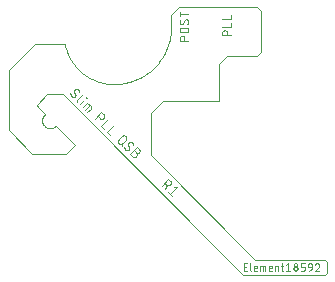
<source format=gto>
G75*
%MOIN*%
%OFA0B0*%
%FSLAX25Y25*%
%IPPOS*%
%LPD*%
%AMOC8*
5,1,8,0,0,1.08239X$1,22.5*
%
%ADD10C,0.00300*%
%ADD11C,0.00394*%
%ADD12C,0.00200*%
D10*
X0041750Y0042709D02*
X0044028Y0045018D01*
X0044669Y0044386D01*
X0044705Y0044348D01*
X0044739Y0044307D01*
X0044769Y0044264D01*
X0044796Y0044219D01*
X0044819Y0044172D01*
X0044839Y0044123D01*
X0044856Y0044073D01*
X0044868Y0044022D01*
X0044877Y0043970D01*
X0044883Y0043918D01*
X0044884Y0043865D01*
X0044881Y0043812D01*
X0044875Y0043760D01*
X0044865Y0043708D01*
X0044851Y0043658D01*
X0044833Y0043608D01*
X0044812Y0043560D01*
X0044788Y0043513D01*
X0044760Y0043468D01*
X0044729Y0043426D01*
X0044695Y0043386D01*
X0044658Y0043348D01*
X0044618Y0043314D01*
X0044576Y0043282D01*
X0044532Y0043253D01*
X0044485Y0043228D01*
X0044437Y0043206D01*
X0044388Y0043188D01*
X0044337Y0043173D01*
X0044286Y0043163D01*
X0044234Y0043155D01*
X0044181Y0043152D01*
X0044129Y0043153D01*
X0044076Y0043157D01*
X0044024Y0043166D01*
X0043973Y0043178D01*
X0043923Y0043193D01*
X0043874Y0043213D01*
X0043826Y0043236D01*
X0043780Y0043262D01*
X0043737Y0043291D01*
X0043696Y0043324D01*
X0043657Y0043360D01*
X0043657Y0043359D02*
X0043016Y0043992D01*
X0043658Y0043360D02*
X0043698Y0043317D01*
X0043736Y0043271D01*
X0043771Y0043224D01*
X0043802Y0043174D01*
X0043830Y0043122D01*
X0043855Y0043069D01*
X0043876Y0043014D01*
X0043894Y0042957D01*
X0043907Y0042900D01*
X0043917Y0042842D01*
X0043924Y0042783D01*
X0043926Y0042724D01*
X0043924Y0042665D01*
X0043919Y0042607D01*
X0043910Y0042548D01*
X0043897Y0042491D01*
X0043880Y0042434D01*
X0043860Y0042379D01*
X0043836Y0042325D01*
X0043808Y0042273D01*
X0043778Y0042223D01*
X0043744Y0042175D01*
X0043707Y0042129D01*
X0043667Y0042085D01*
X0043624Y0042045D01*
X0043578Y0042007D01*
X0043531Y0041972D01*
X0043481Y0041941D01*
X0043429Y0041913D01*
X0043376Y0041888D01*
X0043321Y0041867D01*
X0043264Y0041849D01*
X0043207Y0041836D01*
X0043149Y0041826D01*
X0043090Y0041819D01*
X0043031Y0041817D01*
X0042972Y0041819D01*
X0042914Y0041824D01*
X0042855Y0041833D01*
X0042798Y0041846D01*
X0042741Y0041863D01*
X0042686Y0041883D01*
X0042632Y0041907D01*
X0042580Y0041935D01*
X0042530Y0041965D01*
X0042482Y0041999D01*
X0042436Y0042036D01*
X0042392Y0042076D01*
X0041750Y0042709D01*
X0041420Y0044932D02*
X0041094Y0046013D01*
X0042300Y0046722D02*
X0042350Y0046670D01*
X0042397Y0046615D01*
X0042441Y0046558D01*
X0042483Y0046498D01*
X0042521Y0046436D01*
X0042555Y0046373D01*
X0042586Y0046307D01*
X0042614Y0046240D01*
X0042638Y0046172D01*
X0042658Y0046102D01*
X0042674Y0046032D01*
X0042687Y0045960D01*
X0041095Y0046013D02*
X0041083Y0046062D01*
X0041075Y0046112D01*
X0041071Y0046163D01*
X0041070Y0046213D01*
X0041073Y0046264D01*
X0041079Y0046314D01*
X0041088Y0046364D01*
X0041101Y0046413D01*
X0041118Y0046461D01*
X0041137Y0046508D01*
X0041160Y0046553D01*
X0041186Y0046596D01*
X0041215Y0046638D01*
X0041247Y0046678D01*
X0041281Y0046715D01*
X0041318Y0046751D01*
X0041358Y0046783D01*
X0041400Y0046813D01*
X0041444Y0046839D01*
X0041490Y0046863D01*
X0041537Y0046883D01*
X0041586Y0046899D01*
X0041636Y0046912D01*
X0041686Y0046922D01*
X0041738Y0046928D01*
X0041789Y0046930D01*
X0041840Y0046929D01*
X0041892Y0046923D01*
X0041942Y0046915D01*
X0041992Y0046902D01*
X0042041Y0046886D01*
X0042089Y0046867D01*
X0042135Y0046844D01*
X0042180Y0046818D01*
X0042222Y0046789D01*
X0042262Y0046757D01*
X0042300Y0046722D01*
X0039761Y0045303D02*
X0039763Y0045228D01*
X0039769Y0045153D01*
X0039778Y0045078D01*
X0039791Y0045004D01*
X0039808Y0044931D01*
X0039829Y0044859D01*
X0039852Y0044787D01*
X0039880Y0044717D01*
X0039911Y0044649D01*
X0039945Y0044582D01*
X0039982Y0044517D01*
X0040023Y0044453D01*
X0040066Y0044392D01*
X0040113Y0044333D01*
X0040162Y0044277D01*
X0040215Y0044223D01*
X0040253Y0044188D01*
X0040293Y0044156D01*
X0040335Y0044127D01*
X0040380Y0044101D01*
X0040426Y0044078D01*
X0040474Y0044059D01*
X0040523Y0044043D01*
X0040573Y0044030D01*
X0040623Y0044022D01*
X0040675Y0044016D01*
X0040726Y0044015D01*
X0040777Y0044017D01*
X0040829Y0044023D01*
X0040879Y0044033D01*
X0040929Y0044046D01*
X0040978Y0044062D01*
X0041025Y0044082D01*
X0041071Y0044106D01*
X0041115Y0044132D01*
X0041157Y0044162D01*
X0041197Y0044194D01*
X0041234Y0044230D01*
X0041268Y0044267D01*
X0041300Y0044307D01*
X0041329Y0044349D01*
X0041355Y0044392D01*
X0041378Y0044437D01*
X0041397Y0044484D01*
X0041414Y0044532D01*
X0041427Y0044581D01*
X0041436Y0044631D01*
X0041442Y0044681D01*
X0041445Y0044732D01*
X0041444Y0044782D01*
X0041440Y0044833D01*
X0041432Y0044883D01*
X0041420Y0044932D01*
X0038851Y0045569D02*
X0038843Y0046588D01*
X0039227Y0046463D02*
X0040239Y0047490D01*
X0040239Y0047489D02*
X0040279Y0047533D01*
X0040316Y0047579D01*
X0040350Y0047627D01*
X0040380Y0047677D01*
X0040408Y0047729D01*
X0040432Y0047783D01*
X0040452Y0047838D01*
X0040469Y0047895D01*
X0040482Y0047952D01*
X0040491Y0048011D01*
X0040496Y0048069D01*
X0040498Y0048128D01*
X0040496Y0048187D01*
X0040489Y0048246D01*
X0040479Y0048304D01*
X0040466Y0048361D01*
X0040448Y0048418D01*
X0040427Y0048473D01*
X0040402Y0048526D01*
X0040374Y0048578D01*
X0040343Y0048628D01*
X0040308Y0048675D01*
X0040270Y0048721D01*
X0040230Y0048764D01*
X0040186Y0048804D01*
X0040140Y0048841D01*
X0040092Y0048875D01*
X0040042Y0048905D01*
X0039990Y0048933D01*
X0039936Y0048957D01*
X0039881Y0048977D01*
X0039824Y0048994D01*
X0039767Y0049007D01*
X0039708Y0049016D01*
X0039650Y0049021D01*
X0039591Y0049023D01*
X0039532Y0049021D01*
X0039473Y0049014D01*
X0039415Y0049004D01*
X0039358Y0048991D01*
X0039301Y0048973D01*
X0039246Y0048952D01*
X0039193Y0048927D01*
X0039141Y0048899D01*
X0039091Y0048868D01*
X0039044Y0048833D01*
X0038998Y0048795D01*
X0038955Y0048755D01*
X0038956Y0048755D02*
X0037944Y0047728D01*
X0037943Y0047729D02*
X0037903Y0047685D01*
X0037866Y0047639D01*
X0037832Y0047591D01*
X0037802Y0047541D01*
X0037774Y0047489D01*
X0037750Y0047435D01*
X0037730Y0047380D01*
X0037713Y0047323D01*
X0037700Y0047266D01*
X0037691Y0047207D01*
X0037686Y0047149D01*
X0037684Y0047090D01*
X0037686Y0047031D01*
X0037693Y0046972D01*
X0037703Y0046914D01*
X0037716Y0046857D01*
X0037734Y0046800D01*
X0037755Y0046745D01*
X0037780Y0046692D01*
X0037808Y0046640D01*
X0037839Y0046590D01*
X0037874Y0046543D01*
X0037912Y0046497D01*
X0037952Y0046454D01*
X0037996Y0046414D01*
X0038042Y0046377D01*
X0038090Y0046343D01*
X0038140Y0046313D01*
X0038192Y0046285D01*
X0038246Y0046261D01*
X0038301Y0046241D01*
X0038358Y0046224D01*
X0038415Y0046211D01*
X0038474Y0046202D01*
X0038532Y0046197D01*
X0038591Y0046195D01*
X0038650Y0046197D01*
X0038709Y0046204D01*
X0038767Y0046214D01*
X0038824Y0046227D01*
X0038881Y0046245D01*
X0038936Y0046266D01*
X0038989Y0046291D01*
X0039041Y0046319D01*
X0039091Y0046350D01*
X0039138Y0046385D01*
X0039184Y0046423D01*
X0039227Y0046463D01*
X0035102Y0049265D02*
X0034076Y0050277D01*
X0036353Y0052586D01*
X0034386Y0054527D02*
X0032108Y0052218D01*
X0033135Y0051206D01*
X0031521Y0054821D02*
X0030880Y0055454D01*
X0031521Y0054821D02*
X0031565Y0054781D01*
X0031611Y0054744D01*
X0031659Y0054710D01*
X0031709Y0054680D01*
X0031761Y0054652D01*
X0031815Y0054628D01*
X0031870Y0054608D01*
X0031927Y0054591D01*
X0031984Y0054578D01*
X0032043Y0054569D01*
X0032101Y0054564D01*
X0032160Y0054562D01*
X0032219Y0054564D01*
X0032278Y0054571D01*
X0032336Y0054581D01*
X0032393Y0054594D01*
X0032450Y0054612D01*
X0032505Y0054633D01*
X0032558Y0054658D01*
X0032610Y0054686D01*
X0032660Y0054717D01*
X0032707Y0054752D01*
X0032753Y0054790D01*
X0032796Y0054830D01*
X0032836Y0054874D01*
X0032873Y0054920D01*
X0032907Y0054968D01*
X0032937Y0055018D01*
X0032965Y0055070D01*
X0032989Y0055124D01*
X0033009Y0055179D01*
X0033026Y0055236D01*
X0033039Y0055293D01*
X0033048Y0055352D01*
X0033053Y0055410D01*
X0033055Y0055469D01*
X0033053Y0055528D01*
X0033046Y0055587D01*
X0033036Y0055645D01*
X0033023Y0055702D01*
X0033005Y0055759D01*
X0032984Y0055814D01*
X0032959Y0055867D01*
X0032931Y0055919D01*
X0032900Y0055969D01*
X0032865Y0056016D01*
X0032827Y0056062D01*
X0032787Y0056105D01*
X0032786Y0056104D02*
X0032145Y0056737D01*
X0029868Y0054427D01*
X0027460Y0056802D02*
X0028599Y0057956D01*
X0028629Y0057989D01*
X0028656Y0058025D01*
X0028681Y0058062D01*
X0028702Y0058102D01*
X0028719Y0058143D01*
X0028734Y0058185D01*
X0028744Y0058229D01*
X0028751Y0058273D01*
X0028755Y0058317D01*
X0028754Y0058362D01*
X0028750Y0058407D01*
X0028743Y0058451D01*
X0028731Y0058494D01*
X0028717Y0058536D01*
X0028698Y0058577D01*
X0028677Y0058616D01*
X0028652Y0058653D01*
X0028624Y0058689D01*
X0028594Y0058721D01*
X0028593Y0058721D02*
X0027439Y0059859D01*
X0025920Y0058320D01*
X0026690Y0057561D02*
X0028208Y0059100D01*
X0026392Y0060892D02*
X0024874Y0059352D01*
X0024092Y0060122D02*
X0024062Y0060154D01*
X0024034Y0060190D01*
X0024009Y0060227D01*
X0023988Y0060266D01*
X0023969Y0060307D01*
X0023955Y0060349D01*
X0023943Y0060392D01*
X0023936Y0060436D01*
X0023932Y0060481D01*
X0023931Y0060526D01*
X0023935Y0060570D01*
X0023942Y0060614D01*
X0023952Y0060658D01*
X0023967Y0060700D01*
X0023984Y0060741D01*
X0024005Y0060781D01*
X0024030Y0060818D01*
X0024057Y0060854D01*
X0024087Y0060887D01*
X0025985Y0062811D01*
X0027087Y0061725D02*
X0026960Y0061596D01*
X0027089Y0061470D01*
X0027215Y0061598D01*
X0027087Y0061725D01*
X0023157Y0063703D02*
X0023145Y0063752D01*
X0023137Y0063802D01*
X0023133Y0063853D01*
X0023132Y0063903D01*
X0023135Y0063954D01*
X0023141Y0064004D01*
X0023150Y0064054D01*
X0023163Y0064103D01*
X0023180Y0064151D01*
X0023199Y0064198D01*
X0023222Y0064243D01*
X0023248Y0064286D01*
X0023277Y0064328D01*
X0023309Y0064368D01*
X0023343Y0064405D01*
X0023343Y0064404D02*
X0023380Y0064440D01*
X0023420Y0064472D01*
X0023462Y0064502D01*
X0023506Y0064528D01*
X0023552Y0064552D01*
X0023599Y0064572D01*
X0023648Y0064588D01*
X0023698Y0064601D01*
X0023748Y0064611D01*
X0023800Y0064617D01*
X0023851Y0064619D01*
X0023902Y0064618D01*
X0023954Y0064612D01*
X0024004Y0064604D01*
X0024054Y0064591D01*
X0024103Y0064575D01*
X0024151Y0064556D01*
X0024197Y0064533D01*
X0024242Y0064507D01*
X0024284Y0064478D01*
X0024324Y0064446D01*
X0024362Y0064411D01*
X0024412Y0064359D01*
X0024459Y0064304D01*
X0024503Y0064247D01*
X0024545Y0064187D01*
X0024583Y0064125D01*
X0024617Y0064062D01*
X0024648Y0063996D01*
X0024676Y0063929D01*
X0024700Y0063861D01*
X0024720Y0063791D01*
X0024736Y0063721D01*
X0024749Y0063649D01*
X0021823Y0062993D02*
X0021825Y0062918D01*
X0021831Y0062843D01*
X0021840Y0062768D01*
X0021853Y0062694D01*
X0021870Y0062621D01*
X0021891Y0062549D01*
X0021914Y0062477D01*
X0021942Y0062407D01*
X0021973Y0062339D01*
X0022007Y0062272D01*
X0022044Y0062207D01*
X0022085Y0062143D01*
X0022128Y0062082D01*
X0022175Y0062023D01*
X0022224Y0061967D01*
X0022277Y0061913D01*
X0022315Y0061878D01*
X0022355Y0061846D01*
X0022397Y0061817D01*
X0022442Y0061791D01*
X0022488Y0061768D01*
X0022536Y0061749D01*
X0022585Y0061733D01*
X0022635Y0061720D01*
X0022685Y0061712D01*
X0022737Y0061706D01*
X0022788Y0061705D01*
X0022839Y0061707D01*
X0022891Y0061713D01*
X0022941Y0061723D01*
X0022991Y0061736D01*
X0023040Y0061752D01*
X0023087Y0061772D01*
X0023133Y0061796D01*
X0023177Y0061822D01*
X0023219Y0061852D01*
X0023259Y0061884D01*
X0023296Y0061920D01*
X0023483Y0062622D02*
X0023157Y0063702D01*
X0023482Y0062622D02*
X0023494Y0062573D01*
X0023502Y0062523D01*
X0023506Y0062472D01*
X0023507Y0062422D01*
X0023504Y0062371D01*
X0023498Y0062321D01*
X0023489Y0062271D01*
X0023476Y0062222D01*
X0023459Y0062174D01*
X0023440Y0062127D01*
X0023417Y0062082D01*
X0023391Y0062039D01*
X0023362Y0061997D01*
X0023330Y0061957D01*
X0023296Y0061920D01*
X0052177Y0032271D02*
X0054474Y0034560D01*
X0055110Y0033922D01*
X0055150Y0033879D01*
X0055188Y0033833D01*
X0055222Y0033785D01*
X0055253Y0033735D01*
X0055281Y0033683D01*
X0055305Y0033629D01*
X0055326Y0033574D01*
X0055343Y0033518D01*
X0055356Y0033460D01*
X0055365Y0033402D01*
X0055371Y0033343D01*
X0055373Y0033284D01*
X0055371Y0033226D01*
X0055365Y0033167D01*
X0055355Y0033109D01*
X0055342Y0033051D01*
X0055325Y0032995D01*
X0055304Y0032940D01*
X0055279Y0032886D01*
X0055252Y0032834D01*
X0055220Y0032784D01*
X0055186Y0032736D01*
X0055148Y0032691D01*
X0055108Y0032648D01*
X0055065Y0032608D01*
X0055019Y0032570D01*
X0054971Y0032536D01*
X0054921Y0032505D01*
X0054869Y0032477D01*
X0054815Y0032453D01*
X0054760Y0032432D01*
X0054704Y0032415D01*
X0054646Y0032402D01*
X0054588Y0032393D01*
X0054529Y0032387D01*
X0054470Y0032385D01*
X0054412Y0032387D01*
X0054353Y0032393D01*
X0054295Y0032403D01*
X0054237Y0032416D01*
X0054181Y0032433D01*
X0054126Y0032454D01*
X0054072Y0032479D01*
X0054020Y0032506D01*
X0053970Y0032538D01*
X0053922Y0032572D01*
X0053877Y0032610D01*
X0053834Y0032650D01*
X0053198Y0033288D01*
X0053961Y0032522D02*
X0053449Y0030994D01*
X0054413Y0030027D02*
X0055685Y0028750D01*
X0055049Y0029388D02*
X0057346Y0031678D01*
X0056200Y0031807D01*
X0058214Y0080584D02*
X0058214Y0081389D01*
X0058214Y0080584D02*
X0061114Y0080584D01*
X0059825Y0080584D02*
X0059825Y0081389D01*
X0059823Y0081444D01*
X0059817Y0081499D01*
X0059808Y0081553D01*
X0059795Y0081606D01*
X0059778Y0081659D01*
X0059758Y0081710D01*
X0059735Y0081760D01*
X0059708Y0081808D01*
X0059677Y0081854D01*
X0059644Y0081898D01*
X0059608Y0081939D01*
X0059569Y0081978D01*
X0059528Y0082014D01*
X0059484Y0082047D01*
X0059438Y0082078D01*
X0059390Y0082105D01*
X0059340Y0082128D01*
X0059289Y0082148D01*
X0059236Y0082165D01*
X0059183Y0082178D01*
X0059129Y0082187D01*
X0059074Y0082193D01*
X0059019Y0082195D01*
X0058964Y0082193D01*
X0058909Y0082187D01*
X0058855Y0082178D01*
X0058802Y0082165D01*
X0058749Y0082148D01*
X0058698Y0082128D01*
X0058648Y0082105D01*
X0058600Y0082078D01*
X0058554Y0082047D01*
X0058510Y0082014D01*
X0058469Y0081978D01*
X0058430Y0081939D01*
X0058394Y0081898D01*
X0058361Y0081854D01*
X0058330Y0081808D01*
X0058303Y0081760D01*
X0058280Y0081710D01*
X0058260Y0081659D01*
X0058243Y0081606D01*
X0058230Y0081553D01*
X0058221Y0081499D01*
X0058215Y0081444D01*
X0058213Y0081389D01*
X0059019Y0083322D02*
X0060308Y0083322D01*
X0060308Y0083321D02*
X0060363Y0083323D01*
X0060418Y0083329D01*
X0060472Y0083338D01*
X0060525Y0083351D01*
X0060578Y0083368D01*
X0060629Y0083388D01*
X0060679Y0083411D01*
X0060727Y0083438D01*
X0060773Y0083469D01*
X0060817Y0083502D01*
X0060858Y0083538D01*
X0060897Y0083577D01*
X0060933Y0083618D01*
X0060966Y0083662D01*
X0060997Y0083708D01*
X0061024Y0083756D01*
X0061047Y0083806D01*
X0061067Y0083857D01*
X0061084Y0083910D01*
X0061097Y0083963D01*
X0061106Y0084017D01*
X0061112Y0084072D01*
X0061114Y0084127D01*
X0061112Y0084182D01*
X0061106Y0084237D01*
X0061097Y0084291D01*
X0061084Y0084344D01*
X0061067Y0084397D01*
X0061047Y0084448D01*
X0061024Y0084498D01*
X0060997Y0084546D01*
X0060966Y0084592D01*
X0060933Y0084636D01*
X0060897Y0084677D01*
X0060858Y0084716D01*
X0060817Y0084752D01*
X0060773Y0084785D01*
X0060727Y0084816D01*
X0060679Y0084843D01*
X0060629Y0084866D01*
X0060578Y0084886D01*
X0060525Y0084903D01*
X0060472Y0084916D01*
X0060418Y0084925D01*
X0060363Y0084931D01*
X0060308Y0084933D01*
X0059019Y0084933D01*
X0058964Y0084931D01*
X0058909Y0084925D01*
X0058855Y0084916D01*
X0058802Y0084903D01*
X0058749Y0084886D01*
X0058698Y0084866D01*
X0058648Y0084843D01*
X0058600Y0084816D01*
X0058554Y0084785D01*
X0058510Y0084752D01*
X0058469Y0084716D01*
X0058430Y0084677D01*
X0058394Y0084636D01*
X0058361Y0084592D01*
X0058330Y0084546D01*
X0058303Y0084498D01*
X0058280Y0084448D01*
X0058260Y0084397D01*
X0058243Y0084344D01*
X0058230Y0084291D01*
X0058221Y0084237D01*
X0058215Y0084182D01*
X0058213Y0084127D01*
X0058215Y0084072D01*
X0058221Y0084017D01*
X0058230Y0083963D01*
X0058243Y0083910D01*
X0058260Y0083857D01*
X0058280Y0083806D01*
X0058303Y0083756D01*
X0058330Y0083708D01*
X0058361Y0083662D01*
X0058394Y0083618D01*
X0058430Y0083577D01*
X0058469Y0083538D01*
X0058510Y0083502D01*
X0058554Y0083469D01*
X0058600Y0083438D01*
X0058648Y0083411D01*
X0058698Y0083388D01*
X0058749Y0083368D01*
X0058802Y0083351D01*
X0058855Y0083338D01*
X0058909Y0083329D01*
X0058964Y0083323D01*
X0059019Y0083321D01*
X0059422Y0086508D02*
X0059905Y0087394D01*
X0061113Y0087072D02*
X0061111Y0087000D01*
X0061105Y0086929D01*
X0061096Y0086858D01*
X0061083Y0086788D01*
X0061066Y0086718D01*
X0061046Y0086649D01*
X0061022Y0086582D01*
X0060994Y0086516D01*
X0060963Y0086451D01*
X0060929Y0086388D01*
X0060891Y0086327D01*
X0060850Y0086268D01*
X0060807Y0086212D01*
X0060760Y0086157D01*
X0060710Y0086106D01*
X0059905Y0087395D02*
X0059931Y0087435D01*
X0059960Y0087474D01*
X0059992Y0087511D01*
X0060027Y0087545D01*
X0060064Y0087576D01*
X0060103Y0087605D01*
X0060144Y0087631D01*
X0060187Y0087653D01*
X0060232Y0087672D01*
X0060278Y0087688D01*
X0060324Y0087701D01*
X0060372Y0087710D01*
X0060420Y0087715D01*
X0060469Y0087717D01*
X0060469Y0087716D02*
X0060517Y0087714D01*
X0060565Y0087709D01*
X0060612Y0087700D01*
X0060659Y0087687D01*
X0060704Y0087671D01*
X0060748Y0087652D01*
X0060791Y0087630D01*
X0060832Y0087604D01*
X0060871Y0087575D01*
X0060907Y0087544D01*
X0060941Y0087510D01*
X0060972Y0087474D01*
X0061001Y0087435D01*
X0061027Y0087394D01*
X0061049Y0087351D01*
X0061068Y0087307D01*
X0061084Y0087262D01*
X0061097Y0087215D01*
X0061106Y0087168D01*
X0061111Y0087120D01*
X0061113Y0087072D01*
X0058456Y0087556D02*
X0058418Y0087503D01*
X0058384Y0087448D01*
X0058352Y0087392D01*
X0058323Y0087333D01*
X0058298Y0087274D01*
X0058276Y0087213D01*
X0058257Y0087151D01*
X0058242Y0087088D01*
X0058230Y0087025D01*
X0058221Y0086960D01*
X0058216Y0086896D01*
X0058214Y0086831D01*
X0058216Y0086783D01*
X0058221Y0086735D01*
X0058230Y0086688D01*
X0058243Y0086641D01*
X0058259Y0086596D01*
X0058278Y0086552D01*
X0058300Y0086509D01*
X0058326Y0086468D01*
X0058355Y0086429D01*
X0058386Y0086393D01*
X0058420Y0086359D01*
X0058456Y0086328D01*
X0058495Y0086299D01*
X0058536Y0086273D01*
X0058579Y0086251D01*
X0058623Y0086232D01*
X0058668Y0086216D01*
X0058715Y0086203D01*
X0058762Y0086194D01*
X0058810Y0086189D01*
X0058858Y0086187D01*
X0058858Y0086186D02*
X0058907Y0086188D01*
X0058955Y0086193D01*
X0059003Y0086202D01*
X0059049Y0086215D01*
X0059095Y0086231D01*
X0059140Y0086250D01*
X0059183Y0086272D01*
X0059224Y0086298D01*
X0059263Y0086327D01*
X0059300Y0086358D01*
X0059335Y0086392D01*
X0059367Y0086429D01*
X0059396Y0086468D01*
X0059422Y0086508D01*
X0058214Y0088698D02*
X0058214Y0090309D01*
X0058214Y0089503D02*
X0061114Y0089503D01*
X0072376Y0087761D02*
X0075276Y0087761D01*
X0075276Y0089050D01*
X0075276Y0086554D02*
X0075276Y0085266D01*
X0072376Y0085266D01*
X0072376Y0083231D02*
X0072376Y0082426D01*
X0075276Y0082426D01*
X0073987Y0082426D02*
X0073987Y0083231D01*
X0073985Y0083286D01*
X0073979Y0083341D01*
X0073970Y0083395D01*
X0073957Y0083448D01*
X0073940Y0083501D01*
X0073920Y0083552D01*
X0073897Y0083602D01*
X0073870Y0083650D01*
X0073839Y0083696D01*
X0073806Y0083740D01*
X0073770Y0083781D01*
X0073731Y0083820D01*
X0073690Y0083856D01*
X0073646Y0083889D01*
X0073600Y0083920D01*
X0073552Y0083947D01*
X0073502Y0083970D01*
X0073451Y0083990D01*
X0073398Y0084007D01*
X0073345Y0084020D01*
X0073291Y0084029D01*
X0073236Y0084035D01*
X0073181Y0084037D01*
X0073126Y0084035D01*
X0073071Y0084029D01*
X0073017Y0084020D01*
X0072964Y0084007D01*
X0072911Y0083990D01*
X0072860Y0083970D01*
X0072810Y0083947D01*
X0072762Y0083920D01*
X0072716Y0083889D01*
X0072672Y0083856D01*
X0072631Y0083820D01*
X0072592Y0083781D01*
X0072556Y0083740D01*
X0072523Y0083696D01*
X0072492Y0083650D01*
X0072465Y0083602D01*
X0072442Y0083552D01*
X0072422Y0083501D01*
X0072405Y0083448D01*
X0072392Y0083395D01*
X0072383Y0083341D01*
X0072377Y0083286D01*
X0072375Y0083231D01*
D11*
X0073849Y0075413D02*
X0084033Y0075413D01*
X0085434Y0076814D01*
X0085434Y0090366D01*
X0083924Y0091875D01*
X0058038Y0091875D01*
X0055413Y0089250D01*
X0055413Y0085245D01*
X0071330Y0072894D02*
X0073849Y0075413D01*
X0071330Y0072894D02*
X0071330Y0060524D01*
X0052719Y0060524D01*
X0048730Y0056535D01*
X0048730Y0042373D01*
X0083458Y0007624D01*
X0106627Y0007624D01*
X0107296Y0006955D01*
X0107296Y0003134D01*
X0106754Y0002592D01*
X0079357Y0002592D01*
X0019274Y0062773D01*
X0016167Y0062773D01*
X0014164Y0062772D01*
X0010519Y0059126D01*
X0011094Y0058554D01*
X0013483Y0056122D01*
X0013402Y0056064D01*
X0013323Y0056003D01*
X0013246Y0055940D01*
X0013173Y0055873D01*
X0013101Y0055803D01*
X0013033Y0055731D01*
X0012967Y0055656D01*
X0012905Y0055578D01*
X0012845Y0055498D01*
X0012789Y0055416D01*
X0012736Y0055331D01*
X0012687Y0055245D01*
X0012640Y0055157D01*
X0012598Y0055067D01*
X0012559Y0054975D01*
X0012523Y0054882D01*
X0012491Y0054788D01*
X0012463Y0054692D01*
X0012439Y0054595D01*
X0012418Y0054498D01*
X0012402Y0054400D01*
X0012389Y0054301D01*
X0012380Y0054202D01*
X0012375Y0054102D01*
X0012374Y0054003D01*
X0012377Y0053903D01*
X0012384Y0053804D01*
X0012394Y0053705D01*
X0012409Y0053606D01*
X0012427Y0053508D01*
X0012449Y0053411D01*
X0012475Y0053315D01*
X0012505Y0053220D01*
X0012539Y0053126D01*
X0012576Y0053034D01*
X0012616Y0052943D01*
X0012661Y0052853D01*
X0012708Y0052766D01*
X0012760Y0052680D01*
X0012814Y0052597D01*
X0012921Y0052445D01*
X0013328Y0052025D01*
X0013405Y0051960D01*
X0013484Y0051899D01*
X0013565Y0051841D01*
X0013649Y0051786D01*
X0013735Y0051734D01*
X0013822Y0051686D01*
X0013912Y0051641D01*
X0014003Y0051599D01*
X0014095Y0051561D01*
X0014189Y0051526D01*
X0014284Y0051496D01*
X0014381Y0051468D01*
X0014478Y0051445D01*
X0014576Y0051425D01*
X0014675Y0051409D01*
X0014774Y0051397D01*
X0014874Y0051388D01*
X0014974Y0051384D01*
X0015074Y0051383D01*
X0015174Y0051386D01*
X0015274Y0051393D01*
X0015374Y0051404D01*
X0015473Y0051419D01*
X0015571Y0051437D01*
X0015669Y0051459D01*
X0015766Y0051485D01*
X0015861Y0051514D01*
X0015956Y0051548D01*
X0016049Y0051584D01*
X0016140Y0051625D01*
X0016230Y0051668D01*
X0016319Y0051716D01*
X0016405Y0051766D01*
X0016489Y0051820D01*
X0016572Y0051877D01*
X0016652Y0051937D01*
X0016730Y0052000D01*
X0016805Y0052066D01*
X0016877Y0052135D01*
X0016947Y0052207D01*
X0017014Y0052281D01*
X0017015Y0052281D02*
X0023396Y0045941D01*
X0021855Y0044401D01*
X0020397Y0042942D01*
X0009133Y0042942D01*
X0001197Y0050878D01*
X0001197Y0070757D01*
X0009859Y0079419D01*
X0019979Y0079419D01*
X0019979Y0079420D02*
X0020064Y0079022D01*
X0020159Y0078626D01*
X0020264Y0078233D01*
X0020379Y0077843D01*
X0020503Y0077455D01*
X0020636Y0077071D01*
X0020779Y0076690D01*
X0020931Y0076313D01*
X0021092Y0075939D01*
X0021262Y0075570D01*
X0021442Y0075204D01*
X0021630Y0074844D01*
X0021827Y0074488D01*
X0022033Y0074137D01*
X0022247Y0073791D01*
X0022469Y0073450D01*
X0022700Y0073115D01*
X0022939Y0072786D01*
X0023186Y0072463D01*
X0023441Y0072145D01*
X0023704Y0071835D01*
X0023974Y0071530D01*
X0024251Y0071233D01*
X0024536Y0070942D01*
X0024827Y0070658D01*
X0025126Y0070382D01*
X0025431Y0070113D01*
X0025743Y0069851D01*
X0026061Y0069598D01*
X0026385Y0069352D01*
X0026715Y0069114D01*
X0027051Y0068884D01*
X0027392Y0068663D01*
X0027739Y0068450D01*
X0028091Y0068245D01*
X0028447Y0068049D01*
X0028809Y0067862D01*
X0029174Y0067684D01*
X0029544Y0067515D01*
X0029918Y0067355D01*
X0030296Y0067204D01*
X0030678Y0067063D01*
X0031063Y0066931D01*
X0031451Y0066808D01*
X0031841Y0066695D01*
X0032235Y0066592D01*
X0032631Y0066498D01*
X0033029Y0066414D01*
X0033429Y0066340D01*
X0033831Y0066275D01*
X0034234Y0066220D01*
X0034638Y0066176D01*
X0035044Y0066141D01*
X0035450Y0066116D01*
X0035856Y0066101D01*
X0036263Y0066096D01*
X0036726Y0066102D01*
X0037188Y0066118D01*
X0037650Y0066146D01*
X0038111Y0066185D01*
X0038571Y0066236D01*
X0039030Y0066297D01*
X0039487Y0066369D01*
X0039942Y0066453D01*
X0040395Y0066547D01*
X0040846Y0066652D01*
X0041294Y0066769D01*
X0041739Y0066896D01*
X0042180Y0067033D01*
X0042619Y0067182D01*
X0043053Y0067340D01*
X0043484Y0067510D01*
X0043910Y0067689D01*
X0044332Y0067879D01*
X0044750Y0068079D01*
X0045162Y0068289D01*
X0045569Y0068509D01*
X0045971Y0068739D01*
X0046367Y0068979D01*
X0046757Y0069227D01*
X0047141Y0069486D01*
X0047518Y0069753D01*
X0047890Y0070030D01*
X0048254Y0070315D01*
X0048611Y0070609D01*
X0048961Y0070912D01*
X0049304Y0071223D01*
X0049639Y0071542D01*
X0049966Y0071869D01*
X0050285Y0072204D01*
X0050596Y0072547D01*
X0050899Y0072897D01*
X0051193Y0073254D01*
X0051478Y0073618D01*
X0051755Y0073990D01*
X0052022Y0074367D01*
X0052281Y0074751D01*
X0052529Y0075141D01*
X0052769Y0075537D01*
X0052999Y0075939D01*
X0053219Y0076346D01*
X0053429Y0076758D01*
X0053629Y0077176D01*
X0053819Y0077598D01*
X0053998Y0078024D01*
X0054168Y0078455D01*
X0054326Y0078889D01*
X0054475Y0079328D01*
X0054612Y0079769D01*
X0054739Y0080214D01*
X0054856Y0080662D01*
X0054961Y0081113D01*
X0055055Y0081566D01*
X0055139Y0082021D01*
X0055211Y0082478D01*
X0055272Y0082937D01*
X0055323Y0083397D01*
X0055362Y0083858D01*
X0055390Y0084320D01*
X0055406Y0084782D01*
X0055412Y0085245D01*
D12*
X0079608Y0006416D02*
X0080708Y0006416D01*
X0081621Y0006416D02*
X0081621Y0004352D01*
X0081623Y0004314D01*
X0081628Y0004276D01*
X0081637Y0004239D01*
X0081649Y0004203D01*
X0081664Y0004168D01*
X0081683Y0004135D01*
X0081704Y0004103D01*
X0081729Y0004074D01*
X0081756Y0004047D01*
X0081785Y0004022D01*
X0081817Y0004001D01*
X0081850Y0003982D01*
X0081885Y0003967D01*
X0081921Y0003955D01*
X0081958Y0003946D01*
X0081996Y0003941D01*
X0082034Y0003939D01*
X0082873Y0004352D02*
X0082873Y0005040D01*
X0082873Y0004765D02*
X0083974Y0004765D01*
X0083974Y0005040D01*
X0083973Y0005040D02*
X0083971Y0005085D01*
X0083965Y0005131D01*
X0083956Y0005175D01*
X0083943Y0005219D01*
X0083927Y0005261D01*
X0083907Y0005302D01*
X0083883Y0005341D01*
X0083857Y0005378D01*
X0083828Y0005413D01*
X0083796Y0005445D01*
X0083761Y0005474D01*
X0083724Y0005500D01*
X0083685Y0005524D01*
X0083644Y0005544D01*
X0083602Y0005560D01*
X0083558Y0005573D01*
X0083514Y0005582D01*
X0083468Y0005588D01*
X0083423Y0005590D01*
X0083378Y0005588D01*
X0083332Y0005582D01*
X0083288Y0005573D01*
X0083244Y0005560D01*
X0083202Y0005544D01*
X0083161Y0005524D01*
X0083122Y0005500D01*
X0083085Y0005474D01*
X0083050Y0005445D01*
X0083018Y0005413D01*
X0082989Y0005378D01*
X0082963Y0005341D01*
X0082939Y0005302D01*
X0082919Y0005261D01*
X0082903Y0005219D01*
X0082890Y0005175D01*
X0082881Y0005131D01*
X0082875Y0005085D01*
X0082873Y0005040D01*
X0082873Y0004352D02*
X0082875Y0004314D01*
X0082880Y0004276D01*
X0082889Y0004239D01*
X0082901Y0004203D01*
X0082916Y0004168D01*
X0082935Y0004135D01*
X0082956Y0004103D01*
X0082981Y0004074D01*
X0083008Y0004047D01*
X0083037Y0004022D01*
X0083069Y0004001D01*
X0083102Y0003982D01*
X0083137Y0003967D01*
X0083173Y0003955D01*
X0083210Y0003946D01*
X0083248Y0003941D01*
X0083286Y0003939D01*
X0083974Y0003939D01*
X0085087Y0003939D02*
X0085087Y0005590D01*
X0086326Y0005590D01*
X0086326Y0005591D02*
X0086364Y0005589D01*
X0086402Y0005584D01*
X0086439Y0005575D01*
X0086475Y0005563D01*
X0086510Y0005548D01*
X0086543Y0005529D01*
X0086575Y0005508D01*
X0086604Y0005483D01*
X0086631Y0005456D01*
X0086656Y0005427D01*
X0086677Y0005395D01*
X0086696Y0005362D01*
X0086711Y0005327D01*
X0086723Y0005291D01*
X0086732Y0005254D01*
X0086737Y0005216D01*
X0086739Y0005178D01*
X0086739Y0003939D01*
X0085913Y0003939D02*
X0085913Y0005590D01*
X0087852Y0005040D02*
X0087852Y0004352D01*
X0087852Y0004765D02*
X0088953Y0004765D01*
X0088953Y0005040D01*
X0088951Y0005085D01*
X0088945Y0005131D01*
X0088936Y0005175D01*
X0088923Y0005219D01*
X0088907Y0005261D01*
X0088887Y0005302D01*
X0088863Y0005341D01*
X0088837Y0005378D01*
X0088808Y0005413D01*
X0088776Y0005445D01*
X0088741Y0005474D01*
X0088704Y0005500D01*
X0088665Y0005524D01*
X0088624Y0005544D01*
X0088582Y0005560D01*
X0088538Y0005573D01*
X0088494Y0005582D01*
X0088448Y0005588D01*
X0088403Y0005590D01*
X0088358Y0005588D01*
X0088312Y0005582D01*
X0088268Y0005573D01*
X0088224Y0005560D01*
X0088182Y0005544D01*
X0088141Y0005524D01*
X0088102Y0005500D01*
X0088065Y0005474D01*
X0088030Y0005445D01*
X0087998Y0005413D01*
X0087969Y0005378D01*
X0087943Y0005341D01*
X0087919Y0005302D01*
X0087899Y0005261D01*
X0087883Y0005219D01*
X0087870Y0005175D01*
X0087861Y0005131D01*
X0087855Y0005085D01*
X0087853Y0005040D01*
X0087852Y0004352D02*
X0087854Y0004314D01*
X0087859Y0004276D01*
X0087868Y0004239D01*
X0087880Y0004203D01*
X0087895Y0004168D01*
X0087914Y0004135D01*
X0087935Y0004103D01*
X0087960Y0004074D01*
X0087987Y0004047D01*
X0088016Y0004022D01*
X0088048Y0004001D01*
X0088081Y0003982D01*
X0088116Y0003967D01*
X0088152Y0003955D01*
X0088189Y0003946D01*
X0088227Y0003941D01*
X0088265Y0003939D01*
X0088953Y0003939D01*
X0090021Y0003939D02*
X0090021Y0005590D01*
X0090709Y0005590D01*
X0090709Y0005591D02*
X0090749Y0005589D01*
X0090790Y0005583D01*
X0090829Y0005573D01*
X0090867Y0005560D01*
X0090904Y0005542D01*
X0090938Y0005521D01*
X0090971Y0005497D01*
X0091001Y0005470D01*
X0091028Y0005440D01*
X0091052Y0005407D01*
X0091073Y0005373D01*
X0091091Y0005336D01*
X0091104Y0005298D01*
X0091114Y0005259D01*
X0091120Y0005219D01*
X0091122Y0005178D01*
X0091122Y0003939D01*
X0092262Y0004352D02*
X0092262Y0006416D01*
X0091987Y0005590D02*
X0092813Y0005590D01*
X0093738Y0005866D02*
X0094426Y0006416D01*
X0094426Y0003939D01*
X0093738Y0003939D02*
X0095114Y0003939D01*
X0096148Y0004627D02*
X0096150Y0004576D01*
X0096156Y0004524D01*
X0096165Y0004474D01*
X0096179Y0004424D01*
X0096196Y0004376D01*
X0096216Y0004328D01*
X0096240Y0004283D01*
X0096268Y0004239D01*
X0096298Y0004198D01*
X0096332Y0004159D01*
X0096368Y0004123D01*
X0096407Y0004089D01*
X0096448Y0004059D01*
X0096492Y0004031D01*
X0096537Y0004007D01*
X0096585Y0003987D01*
X0096633Y0003970D01*
X0096683Y0003956D01*
X0096733Y0003947D01*
X0096785Y0003941D01*
X0096836Y0003939D01*
X0096887Y0003941D01*
X0096939Y0003947D01*
X0096989Y0003956D01*
X0097039Y0003970D01*
X0097087Y0003987D01*
X0097135Y0004007D01*
X0097180Y0004031D01*
X0097224Y0004059D01*
X0097265Y0004089D01*
X0097304Y0004123D01*
X0097340Y0004159D01*
X0097374Y0004198D01*
X0097404Y0004239D01*
X0097432Y0004283D01*
X0097456Y0004328D01*
X0097476Y0004376D01*
X0097493Y0004424D01*
X0097507Y0004474D01*
X0097516Y0004524D01*
X0097522Y0004576D01*
X0097524Y0004627D01*
X0097522Y0004678D01*
X0097516Y0004730D01*
X0097507Y0004780D01*
X0097493Y0004830D01*
X0097476Y0004878D01*
X0097456Y0004926D01*
X0097432Y0004971D01*
X0097404Y0005015D01*
X0097374Y0005056D01*
X0097340Y0005095D01*
X0097304Y0005131D01*
X0097265Y0005165D01*
X0097224Y0005195D01*
X0097180Y0005223D01*
X0097135Y0005247D01*
X0097087Y0005267D01*
X0097039Y0005284D01*
X0096989Y0005298D01*
X0096939Y0005307D01*
X0096887Y0005313D01*
X0096836Y0005315D01*
X0096785Y0005313D01*
X0096733Y0005307D01*
X0096683Y0005298D01*
X0096633Y0005284D01*
X0096585Y0005267D01*
X0096537Y0005247D01*
X0096492Y0005223D01*
X0096448Y0005195D01*
X0096407Y0005165D01*
X0096368Y0005131D01*
X0096332Y0005095D01*
X0096298Y0005056D01*
X0096268Y0005015D01*
X0096240Y0004971D01*
X0096216Y0004926D01*
X0096196Y0004878D01*
X0096179Y0004830D01*
X0096165Y0004780D01*
X0096156Y0004730D01*
X0096150Y0004678D01*
X0096148Y0004627D01*
X0096286Y0005866D02*
X0096288Y0005821D01*
X0096294Y0005775D01*
X0096303Y0005731D01*
X0096316Y0005687D01*
X0096332Y0005645D01*
X0096352Y0005604D01*
X0096376Y0005565D01*
X0096402Y0005528D01*
X0096431Y0005493D01*
X0096463Y0005461D01*
X0096498Y0005432D01*
X0096535Y0005406D01*
X0096574Y0005382D01*
X0096615Y0005362D01*
X0096657Y0005346D01*
X0096701Y0005333D01*
X0096745Y0005324D01*
X0096791Y0005318D01*
X0096836Y0005316D01*
X0096881Y0005318D01*
X0096927Y0005324D01*
X0096971Y0005333D01*
X0097015Y0005346D01*
X0097057Y0005362D01*
X0097098Y0005382D01*
X0097137Y0005406D01*
X0097174Y0005432D01*
X0097209Y0005461D01*
X0097241Y0005493D01*
X0097270Y0005528D01*
X0097296Y0005565D01*
X0097320Y0005604D01*
X0097340Y0005645D01*
X0097356Y0005687D01*
X0097369Y0005731D01*
X0097378Y0005775D01*
X0097384Y0005821D01*
X0097386Y0005866D01*
X0097384Y0005911D01*
X0097378Y0005957D01*
X0097369Y0006001D01*
X0097356Y0006045D01*
X0097340Y0006087D01*
X0097320Y0006128D01*
X0097296Y0006167D01*
X0097270Y0006204D01*
X0097241Y0006239D01*
X0097209Y0006271D01*
X0097174Y0006300D01*
X0097137Y0006326D01*
X0097098Y0006350D01*
X0097057Y0006370D01*
X0097015Y0006386D01*
X0096971Y0006399D01*
X0096927Y0006408D01*
X0096881Y0006414D01*
X0096836Y0006416D01*
X0096791Y0006414D01*
X0096745Y0006408D01*
X0096701Y0006399D01*
X0096657Y0006386D01*
X0096615Y0006370D01*
X0096574Y0006350D01*
X0096535Y0006326D01*
X0096498Y0006300D01*
X0096463Y0006271D01*
X0096431Y0006239D01*
X0096402Y0006204D01*
X0096376Y0006167D01*
X0096352Y0006128D01*
X0096332Y0006087D01*
X0096316Y0006045D01*
X0096303Y0006001D01*
X0096294Y0005957D01*
X0096288Y0005911D01*
X0096286Y0005866D01*
X0098557Y0005315D02*
X0098557Y0006416D01*
X0099933Y0006416D01*
X0099383Y0005315D02*
X0098557Y0005315D01*
X0099383Y0005315D02*
X0099428Y0005313D01*
X0099474Y0005307D01*
X0099518Y0005298D01*
X0099562Y0005285D01*
X0099604Y0005269D01*
X0099645Y0005249D01*
X0099684Y0005225D01*
X0099721Y0005199D01*
X0099756Y0005170D01*
X0099788Y0005138D01*
X0099817Y0005103D01*
X0099843Y0005066D01*
X0099867Y0005027D01*
X0099887Y0004986D01*
X0099903Y0004944D01*
X0099916Y0004900D01*
X0099925Y0004856D01*
X0099931Y0004810D01*
X0099933Y0004765D01*
X0099933Y0004490D01*
X0099933Y0004489D02*
X0099931Y0004444D01*
X0099926Y0004398D01*
X0099916Y0004354D01*
X0099903Y0004310D01*
X0099887Y0004268D01*
X0099867Y0004227D01*
X0099843Y0004188D01*
X0099817Y0004151D01*
X0099788Y0004116D01*
X0099756Y0004084D01*
X0099721Y0004055D01*
X0099684Y0004029D01*
X0099645Y0004005D01*
X0099604Y0003985D01*
X0099562Y0003969D01*
X0099518Y0003956D01*
X0099474Y0003947D01*
X0099428Y0003941D01*
X0099383Y0003939D01*
X0098557Y0003939D01*
X0101242Y0003939D02*
X0101306Y0003941D01*
X0101370Y0003946D01*
X0101433Y0003956D01*
X0101496Y0003969D01*
X0101558Y0003985D01*
X0101619Y0004005D01*
X0101678Y0004029D01*
X0101736Y0004056D01*
X0101793Y0004087D01*
X0101847Y0004120D01*
X0101899Y0004157D01*
X0101950Y0004197D01*
X0101998Y0004239D01*
X0102043Y0004284D01*
X0102085Y0004332D01*
X0102125Y0004383D01*
X0102162Y0004435D01*
X0102195Y0004490D01*
X0102226Y0004546D01*
X0102253Y0004604D01*
X0102277Y0004663D01*
X0102297Y0004724D01*
X0102313Y0004786D01*
X0102326Y0004849D01*
X0102336Y0004912D01*
X0102341Y0004976D01*
X0102343Y0005040D01*
X0102343Y0005728D01*
X0102343Y0005040D02*
X0101517Y0005040D01*
X0101472Y0005042D01*
X0101426Y0005048D01*
X0101382Y0005057D01*
X0101338Y0005070D01*
X0101296Y0005086D01*
X0101255Y0005106D01*
X0101216Y0005130D01*
X0101179Y0005156D01*
X0101144Y0005185D01*
X0101112Y0005217D01*
X0101083Y0005252D01*
X0101057Y0005289D01*
X0101033Y0005328D01*
X0101013Y0005369D01*
X0100997Y0005411D01*
X0100984Y0005455D01*
X0100975Y0005499D01*
X0100969Y0005545D01*
X0100967Y0005590D01*
X0100967Y0005728D01*
X0100969Y0005779D01*
X0100975Y0005831D01*
X0100984Y0005881D01*
X0100998Y0005931D01*
X0101015Y0005979D01*
X0101035Y0006027D01*
X0101059Y0006072D01*
X0101087Y0006116D01*
X0101117Y0006157D01*
X0101151Y0006196D01*
X0101187Y0006232D01*
X0101226Y0006266D01*
X0101267Y0006296D01*
X0101311Y0006324D01*
X0101356Y0006348D01*
X0101404Y0006368D01*
X0101452Y0006385D01*
X0101502Y0006399D01*
X0101552Y0006408D01*
X0101604Y0006414D01*
X0101655Y0006416D01*
X0101706Y0006414D01*
X0101758Y0006408D01*
X0101808Y0006399D01*
X0101858Y0006385D01*
X0101906Y0006368D01*
X0101954Y0006348D01*
X0101999Y0006324D01*
X0102043Y0006296D01*
X0102084Y0006266D01*
X0102123Y0006232D01*
X0102159Y0006196D01*
X0102193Y0006157D01*
X0102223Y0006116D01*
X0102251Y0006072D01*
X0102275Y0006027D01*
X0102295Y0005979D01*
X0102312Y0005931D01*
X0102326Y0005881D01*
X0102335Y0005831D01*
X0102341Y0005779D01*
X0102343Y0005728D01*
X0104546Y0005315D02*
X0104580Y0005351D01*
X0104611Y0005388D01*
X0104640Y0005428D01*
X0104666Y0005469D01*
X0104688Y0005513D01*
X0104707Y0005558D01*
X0104723Y0005604D01*
X0104736Y0005651D01*
X0104745Y0005699D01*
X0104750Y0005748D01*
X0104752Y0005797D01*
X0104546Y0005315D02*
X0103376Y0003939D01*
X0104752Y0003939D01*
X0103376Y0005866D02*
X0103395Y0005919D01*
X0103417Y0005969D01*
X0103443Y0006018D01*
X0103473Y0006066D01*
X0103505Y0006111D01*
X0103541Y0006153D01*
X0103580Y0006193D01*
X0103621Y0006230D01*
X0103665Y0006265D01*
X0103711Y0006296D01*
X0103759Y0006324D01*
X0103809Y0006348D01*
X0103861Y0006369D01*
X0103913Y0006386D01*
X0103967Y0006400D01*
X0104022Y0006409D01*
X0104077Y0006415D01*
X0104133Y0006417D01*
X0104133Y0006416D02*
X0104182Y0006414D01*
X0104230Y0006408D01*
X0104278Y0006399D01*
X0104324Y0006386D01*
X0104370Y0006369D01*
X0104414Y0006349D01*
X0104456Y0006325D01*
X0104497Y0006298D01*
X0104535Y0006268D01*
X0104571Y0006235D01*
X0104604Y0006199D01*
X0104634Y0006161D01*
X0104661Y0006120D01*
X0104685Y0006078D01*
X0104705Y0006034D01*
X0104722Y0005988D01*
X0104735Y0005942D01*
X0104744Y0005894D01*
X0104750Y0005846D01*
X0104752Y0005797D01*
X0092813Y0003939D02*
X0092675Y0003939D01*
X0092637Y0003941D01*
X0092599Y0003946D01*
X0092562Y0003955D01*
X0092526Y0003967D01*
X0092491Y0003982D01*
X0092458Y0004001D01*
X0092426Y0004022D01*
X0092397Y0004047D01*
X0092370Y0004074D01*
X0092345Y0004103D01*
X0092324Y0004135D01*
X0092305Y0004168D01*
X0092290Y0004203D01*
X0092278Y0004239D01*
X0092269Y0004276D01*
X0092264Y0004314D01*
X0092262Y0004352D01*
X0080708Y0003939D02*
X0079608Y0003939D01*
X0079608Y0006416D01*
X0079608Y0005315D02*
X0080433Y0005315D01*
M02*

</source>
